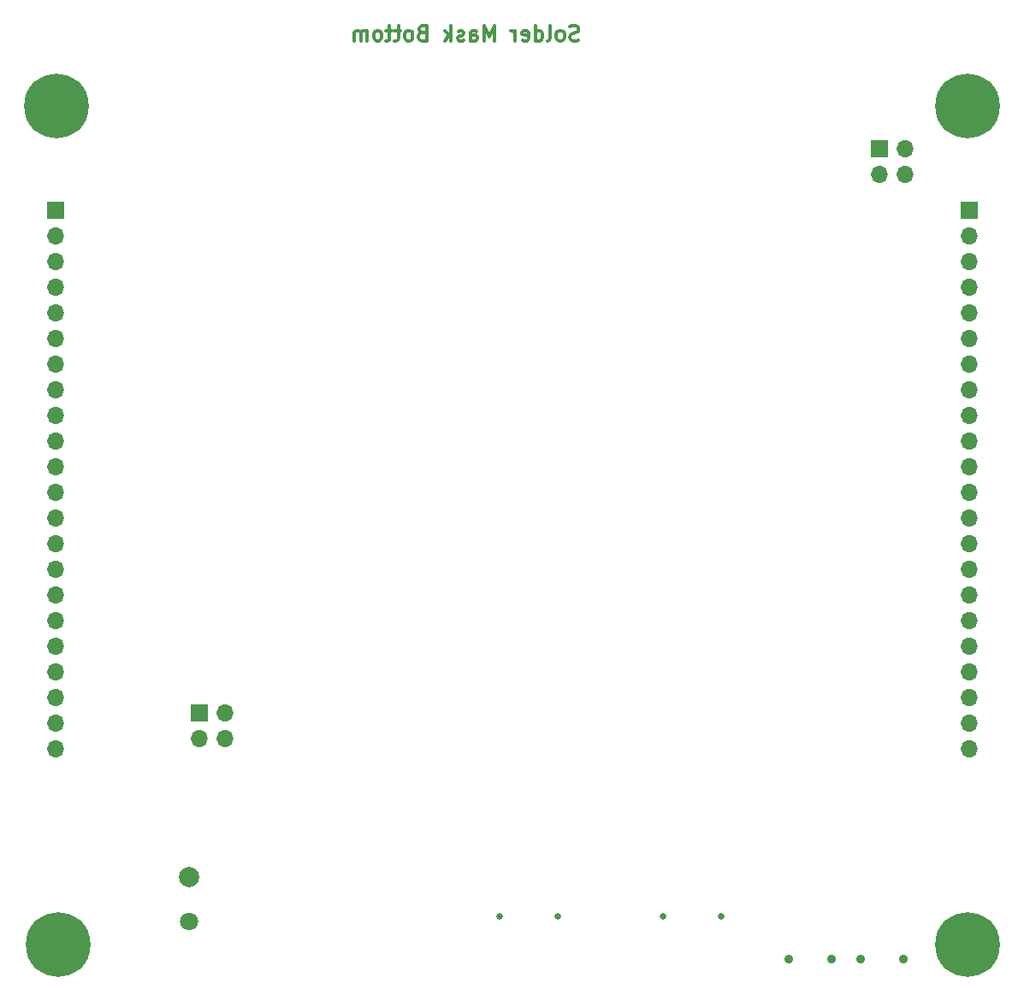
<source format=gbr>
%TF.GenerationSoftware,KiCad,Pcbnew,(5.1.12)-1*%
%TF.CreationDate,2022-03-11T14:49:08+01:00*%
%TF.ProjectId,ESP_S3-CP-24_Platform,4553505f-5333-42d4-9350-2d32345f506c,R0.8*%
%TF.SameCoordinates,Original*%
%TF.FileFunction,Soldermask,Bot*%
%TF.FilePolarity,Negative*%
%FSLAX46Y46*%
G04 Gerber Fmt 4.6, Leading zero omitted, Abs format (unit mm)*
G04 Created by KiCad (PCBNEW (5.1.12)-1) date 2022-03-11 14:49:08*
%MOMM*%
%LPD*%
G01*
G04 APERTURE LIST*
%ADD10C,0.300000*%
%ADD11C,0.650000*%
%ADD12C,2.000000*%
%ADD13C,1.800000*%
%ADD14O,1.700000X1.700000*%
%ADD15R,1.700000X1.700000*%
%ADD16C,0.800000*%
%ADD17C,6.400000*%
%ADD18C,0.900000*%
G04 APERTURE END LIST*
D10*
X219422857Y-115732642D02*
X219208571Y-115804071D01*
X218851428Y-115804071D01*
X218708571Y-115732642D01*
X218637142Y-115661214D01*
X218565714Y-115518357D01*
X218565714Y-115375500D01*
X218637142Y-115232642D01*
X218708571Y-115161214D01*
X218851428Y-115089785D01*
X219137142Y-115018357D01*
X219280000Y-114946928D01*
X219351428Y-114875500D01*
X219422857Y-114732642D01*
X219422857Y-114589785D01*
X219351428Y-114446928D01*
X219280000Y-114375500D01*
X219137142Y-114304071D01*
X218780000Y-114304071D01*
X218565714Y-114375500D01*
X217708571Y-115804071D02*
X217851428Y-115732642D01*
X217922857Y-115661214D01*
X217994285Y-115518357D01*
X217994285Y-115089785D01*
X217922857Y-114946928D01*
X217851428Y-114875500D01*
X217708571Y-114804071D01*
X217494285Y-114804071D01*
X217351428Y-114875500D01*
X217280000Y-114946928D01*
X217208571Y-115089785D01*
X217208571Y-115518357D01*
X217280000Y-115661214D01*
X217351428Y-115732642D01*
X217494285Y-115804071D01*
X217708571Y-115804071D01*
X216351428Y-115804071D02*
X216494285Y-115732642D01*
X216565714Y-115589785D01*
X216565714Y-114304071D01*
X215137142Y-115804071D02*
X215137142Y-114304071D01*
X215137142Y-115732642D02*
X215280000Y-115804071D01*
X215565714Y-115804071D01*
X215708571Y-115732642D01*
X215780000Y-115661214D01*
X215851428Y-115518357D01*
X215851428Y-115089785D01*
X215780000Y-114946928D01*
X215708571Y-114875500D01*
X215565714Y-114804071D01*
X215280000Y-114804071D01*
X215137142Y-114875500D01*
X213851428Y-115732642D02*
X213994285Y-115804071D01*
X214280000Y-115804071D01*
X214422857Y-115732642D01*
X214494285Y-115589785D01*
X214494285Y-115018357D01*
X214422857Y-114875500D01*
X214280000Y-114804071D01*
X213994285Y-114804071D01*
X213851428Y-114875500D01*
X213780000Y-115018357D01*
X213780000Y-115161214D01*
X214494285Y-115304071D01*
X213137142Y-115804071D02*
X213137142Y-114804071D01*
X213137142Y-115089785D02*
X213065714Y-114946928D01*
X212994285Y-114875500D01*
X212851428Y-114804071D01*
X212708571Y-114804071D01*
X211065714Y-115804071D02*
X211065714Y-114304071D01*
X210565714Y-115375500D01*
X210065714Y-114304071D01*
X210065714Y-115804071D01*
X208708571Y-115804071D02*
X208708571Y-115018357D01*
X208780000Y-114875500D01*
X208922857Y-114804071D01*
X209208571Y-114804071D01*
X209351428Y-114875500D01*
X208708571Y-115732642D02*
X208851428Y-115804071D01*
X209208571Y-115804071D01*
X209351428Y-115732642D01*
X209422857Y-115589785D01*
X209422857Y-115446928D01*
X209351428Y-115304071D01*
X209208571Y-115232642D01*
X208851428Y-115232642D01*
X208708571Y-115161214D01*
X208065714Y-115732642D02*
X207922857Y-115804071D01*
X207637142Y-115804071D01*
X207494285Y-115732642D01*
X207422857Y-115589785D01*
X207422857Y-115518357D01*
X207494285Y-115375500D01*
X207637142Y-115304071D01*
X207851428Y-115304071D01*
X207994285Y-115232642D01*
X208065714Y-115089785D01*
X208065714Y-115018357D01*
X207994285Y-114875500D01*
X207851428Y-114804071D01*
X207637142Y-114804071D01*
X207494285Y-114875500D01*
X206780000Y-115804071D02*
X206780000Y-114304071D01*
X206637142Y-115232642D02*
X206208571Y-115804071D01*
X206208571Y-114804071D02*
X206780000Y-115375500D01*
X203922857Y-115018357D02*
X203708571Y-115089785D01*
X203637142Y-115161214D01*
X203565714Y-115304071D01*
X203565714Y-115518357D01*
X203637142Y-115661214D01*
X203708571Y-115732642D01*
X203851428Y-115804071D01*
X204422857Y-115804071D01*
X204422857Y-114304071D01*
X203922857Y-114304071D01*
X203780000Y-114375500D01*
X203708571Y-114446928D01*
X203637142Y-114589785D01*
X203637142Y-114732642D01*
X203708571Y-114875500D01*
X203780000Y-114946928D01*
X203922857Y-115018357D01*
X204422857Y-115018357D01*
X202708571Y-115804071D02*
X202851428Y-115732642D01*
X202922857Y-115661214D01*
X202994285Y-115518357D01*
X202994285Y-115089785D01*
X202922857Y-114946928D01*
X202851428Y-114875500D01*
X202708571Y-114804071D01*
X202494285Y-114804071D01*
X202351428Y-114875500D01*
X202280000Y-114946928D01*
X202208571Y-115089785D01*
X202208571Y-115518357D01*
X202280000Y-115661214D01*
X202351428Y-115732642D01*
X202494285Y-115804071D01*
X202708571Y-115804071D01*
X201780000Y-114804071D02*
X201208571Y-114804071D01*
X201565714Y-114304071D02*
X201565714Y-115589785D01*
X201494285Y-115732642D01*
X201351428Y-115804071D01*
X201208571Y-115804071D01*
X200922857Y-114804071D02*
X200351428Y-114804071D01*
X200708571Y-114304071D02*
X200708571Y-115589785D01*
X200637142Y-115732642D01*
X200494285Y-115804071D01*
X200351428Y-115804071D01*
X199637142Y-115804071D02*
X199780000Y-115732642D01*
X199851428Y-115661214D01*
X199922857Y-115518357D01*
X199922857Y-115089785D01*
X199851428Y-114946928D01*
X199780000Y-114875500D01*
X199637142Y-114804071D01*
X199422857Y-114804071D01*
X199280000Y-114875500D01*
X199208571Y-114946928D01*
X199137142Y-115089785D01*
X199137142Y-115518357D01*
X199208571Y-115661214D01*
X199280000Y-115732642D01*
X199422857Y-115804071D01*
X199637142Y-115804071D01*
X198494285Y-115804071D02*
X198494285Y-114804071D01*
X198494285Y-114946928D02*
X198422857Y-114875500D01*
X198280000Y-114804071D01*
X198065714Y-114804071D01*
X197922857Y-114875500D01*
X197851428Y-115018357D01*
X197851428Y-115804071D01*
X197851428Y-115018357D02*
X197780000Y-114875500D01*
X197637142Y-114804071D01*
X197422857Y-114804071D01*
X197280000Y-114875500D01*
X197208571Y-115018357D01*
X197208571Y-115804071D01*
D11*
%TO.C,J8*%
X233522000Y-202565000D03*
X227742000Y-202565000D03*
%TD*%
%TO.C,J7*%
X217393000Y-202565000D03*
X211613000Y-202565000D03*
%TD*%
D12*
%TO.C,J4*%
X180848000Y-198652000D03*
D13*
X180848000Y-203052000D03*
%TD*%
D14*
%TO.C,J2*%
X167640000Y-185928000D03*
X167640000Y-183388000D03*
X167640000Y-180848000D03*
X167640000Y-178308000D03*
X167640000Y-175768000D03*
X167640000Y-173228000D03*
X167640000Y-170688000D03*
X167640000Y-168148000D03*
X167640000Y-165608000D03*
X167640000Y-163068000D03*
X167640000Y-160528000D03*
X167640000Y-157988000D03*
X167640000Y-155448000D03*
X167640000Y-152908000D03*
X167640000Y-150368000D03*
X167640000Y-147828000D03*
X167640000Y-145288000D03*
X167640000Y-142748000D03*
X167640000Y-140208000D03*
X167640000Y-137668000D03*
X167640000Y-135128000D03*
D15*
X167640000Y-132588000D03*
%TD*%
D16*
%TO.C,H1*%
X169634056Y-203661944D03*
X167937000Y-202959000D03*
X166239944Y-203661944D03*
X165537000Y-205359000D03*
X166239944Y-207056056D03*
X167937000Y-207759000D03*
X169634056Y-207056056D03*
X170337000Y-205359000D03*
D17*
X167937000Y-205359000D03*
%TD*%
%TO.C,H2*%
X257937000Y-205359000D03*
D16*
X260337000Y-205359000D03*
X259634056Y-207056056D03*
X257937000Y-207759000D03*
X256239944Y-207056056D03*
X255537000Y-205359000D03*
X256239944Y-203661944D03*
X257937000Y-202959000D03*
X259634056Y-203661944D03*
%TD*%
%TO.C,H3*%
X259607056Y-120603944D03*
X257910000Y-119901000D03*
X256212944Y-120603944D03*
X255510000Y-122301000D03*
X256212944Y-123998056D03*
X257910000Y-124701000D03*
X259607056Y-123998056D03*
X260310000Y-122301000D03*
D17*
X257910000Y-122301000D03*
%TD*%
%TO.C,H4*%
X167767000Y-122301000D03*
D16*
X170167000Y-122301000D03*
X169464056Y-123998056D03*
X167767000Y-124701000D03*
X166069944Y-123998056D03*
X165367000Y-122301000D03*
X166069944Y-120603944D03*
X167767000Y-119901000D03*
X169464056Y-120603944D03*
%TD*%
D15*
%TO.C,J3*%
X258064000Y-132588000D03*
D14*
X258064000Y-135128000D03*
X258064000Y-137668000D03*
X258064000Y-140208000D03*
X258064000Y-142748000D03*
X258064000Y-145288000D03*
X258064000Y-147828000D03*
X258064000Y-150368000D03*
X258064000Y-152908000D03*
X258064000Y-155448000D03*
X258064000Y-157988000D03*
X258064000Y-160528000D03*
X258064000Y-163068000D03*
X258064000Y-165608000D03*
X258064000Y-168148000D03*
X258064000Y-170688000D03*
X258064000Y-173228000D03*
X258064000Y-175768000D03*
X258064000Y-178308000D03*
X258064000Y-180848000D03*
X258064000Y-183388000D03*
X258064000Y-185928000D03*
%TD*%
%TO.C,J5*%
X184404000Y-184912000D03*
X181864000Y-184912000D03*
X184404000Y-182372000D03*
D15*
X181864000Y-182372000D03*
%TD*%
%TO.C,J6*%
X249174000Y-126492000D03*
D14*
X251714000Y-126492000D03*
X249174000Y-129032000D03*
X251714000Y-129032000D03*
%TD*%
D18*
%TO.C,SW1*%
X240191000Y-206756000D03*
X244441000Y-206756000D03*
%TD*%
%TO.C,SW2*%
X251553000Y-206756000D03*
X247303000Y-206756000D03*
%TD*%
M02*

</source>
